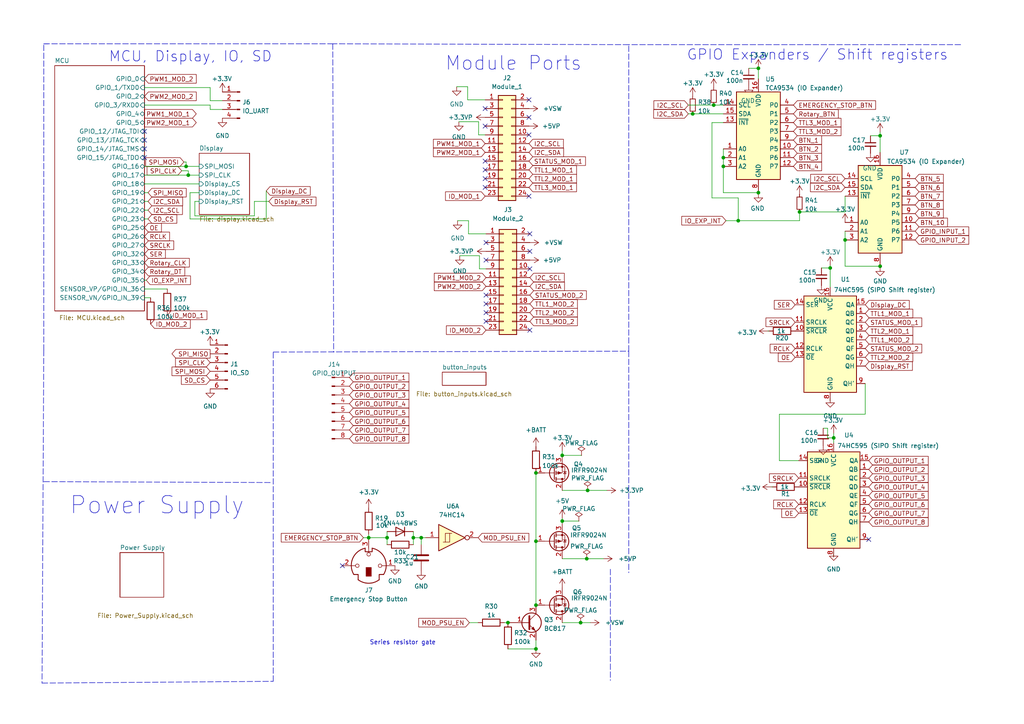
<source format=kicad_sch>
(kicad_sch (version 20211123) (generator eeschema)
  (paper "A4")
  (lib_symbols
    (symbol "74xx:74HC14" (pin_names (offset 1.016))
      (property "Reference" "U" (at 0 1.27 0))
      (property "Value" "74HC14" (at 0 -1.27 0))
      (symbol "74HC14_1_0"
        (pin input line (at -7.62 0 0) (length 3.81) (name "~") (number "1"))
        (pin output inverted (at 7.62 0 180) (length 3.81) (name "~") (number "2"))
      )
      (symbol "74HC14_2_0"
        (pin input line (at -7.62 0 0) (length 3.81) (name "~") (number "3"))
        (pin output inverted (at 7.62 0 180) (length 3.81) (name "~") (number "4"))
      )
      (symbol "74HC14_3_0"
        (pin input line (at -7.62 0 0) (length 3.81) (name "~") (number "5"))
        (pin output inverted (at 7.62 0 180) (length 3.81) (name "~") (number "6"))
      )
      (symbol "74HC14_4_0"
        (pin output inverted (at 7.62 0 180) (length 3.81) (name "~") (number "8"))
        (pin input line (at -7.62 0 0) (length 3.81) (name "~") (number "9"))
      )
      (symbol "74HC14_5_0"
        (pin output inverted (at 7.62 0 180) (length 3.81) (name "~") (number "10"))
        (pin input line (at -7.62 0 0) (length 3.81) (name "~") (number "11"))
      )
      (symbol "74HC14_6_0"
        (pin output inverted (at 7.62 0 180) (length 3.81) (name "~") (number "12"))
        (pin input line (at -7.62 0 0) (length 3.81) (name "~") (number "13"))
      )
      (symbol "74HC14_7_0"
        (pin power_in line (at 0 12.7 270) (length 5.08) (name "VCC") (number "14"))
        (pin power_in line (at 0 -12.7 90) (length 5.08) (name "GND") (number "7"))
      )
    )
    (symbol "74xx:74HC595"
      (property "Reference" "U" (at -7.62 13.97 0))
      (property "Value" "74HC595" (at -7.62 -16.51 0))
      (symbol "74HC595_1_0"
        (pin tri_state line (at 10.16 7.62 180) (length 2.54) (name "QB") (number "1"))
        (pin input line (at -10.16 2.54 0) (length 2.54) (name "~{SRCLR}") (number "10"))
        (pin input line (at -10.16 5.08 0) (length 2.54) (name "SRCLK") (number "11"))
        (pin input line (at -10.16 -2.54 0) (length 2.54) (name "RCLK") (number "12"))
        (pin input line (at -10.16 -5.08 0) (length 2.54) (name "~{OE}") (number "13"))
        (pin input line (at -10.16 10.16 0) (length 2.54) (name "SER") (number "14"))
        (pin tri_state line (at 10.16 10.16 180) (length 2.54) (name "QA") (number "15"))
        (pin power_in line (at 0 15.24 270) (length 2.54) (name "VCC") (number "16"))
        (pin tri_state line (at 10.16 5.08 180) (length 2.54) (name "QC") (number "2"))
        (pin tri_state line (at 10.16 2.54 180) (length 2.54) (name "QD") (number "3"))
        (pin tri_state line (at 10.16 0 180) (length 2.54) (name "QE") (number "4"))
        (pin tri_state line (at 10.16 -2.54 180) (length 2.54) (name "QF") (number "5"))
        (pin tri_state line (at 10.16 -5.08 180) (length 2.54) (name "QG") (number "6"))
        (pin tri_state line (at 10.16 -7.62 180) (length 2.54) (name "QH") (number "7"))
        (pin power_in line (at 0 -17.78 90) (length 2.54) (name "GND") (number "8"))
        (pin output line (at 10.16 -12.7 180) (length 2.54) (name "QH'") (number "9"))
      )
    )
    (symbol "Connector:Conn_01x04_Male" (pin_names (offset 1.016) hide)
      (property "Reference" "J" (at 0 5.08 0))
      (property "Value" "Conn_01x04_Male" (at 0 -7.62 0))
      (symbol "Conn_01x04_Male_1_1"
        (pin passive line (at 5.08 2.54 180) (length 3.81) (name "Pin_1") (number "1"))
        (pin passive line (at 5.08 0 180) (length 3.81) (name "Pin_2") (number "2"))
        (pin passive line (at 5.08 -2.54 180) (length 3.81) (name "Pin_3") (number "3"))
        (pin passive line (at 5.08 -5.08 180) (length 3.81) (name "Pin_4") (number "4"))
      )
    )
    (symbol "Connector:Conn_01x06_Male" (pin_names (offset 1.016) hide)
      (property "Reference" "J" (at 0 7.62 0))
      (property "Value" "Conn_01x06_Male" (at 0 -10.16 0))
      (symbol "Conn_01x06_Male_1_1"
        (pin passive line (at 5.08 5.08 180) (length 3.81) (name "Pin_1") (number "1"))
        (pin passive line (at 5.08 2.54 180) (length 3.81) (name "Pin_2") (number "2"))
        (pin passive line (at 5.08 0 180) (length 3.81) (name "Pin_3") (number "3"))
        (pin passive line (at 5.08 -2.54 180) (length 3.81) (name "Pin_4") (number "4"))
        (pin passive line (at 5.08 -5.08 180) (length 3.81) (name "Pin_5") (number "5"))
        (pin passive line (at 5.08 -7.62 180) (length 3.81) (name "Pin_6") (number "6"))
      )
    )
    (symbol "Connector:Conn_01x08_Male" (pin_names (offset 1.016) hide)
      (property "Reference" "J" (at 0 10.16 0))
      (property "Value" "Conn_01x08_Male" (at 0 -12.7 0))
      (symbol "Conn_01x08_Male_1_1"
        (pin passive line (at 5.08 7.62 180) (length 3.81) (name "Pin_1") (number "1"))
        (pin passive line (at 5.08 5.08 180) (length 3.81) (name "Pin_2") (number "2"))
        (pin passive line (at 5.08 2.54 180) (length 3.81) (name "Pin_3") (number "3"))
        (pin passive line (at 5.08 0 180) (length 3.81) (name "Pin_4") (number "4"))
        (pin passive line (at 5.08 -2.54 180) (length 3.81) (name "Pin_5") (number "5"))
        (pin passive line (at 5.08 -5.08 180) (length 3.81) (name "Pin_6") (number "6"))
        (pin passive line (at 5.08 -7.62 180) (length 3.81) (name "Pin_7") (number "7"))
        (pin passive line (at 5.08 -10.16 180) (length 3.81) (name "Pin_8") (number "8"))
      )
    )
    (symbol "Connector:Mini-DIN-3" (pin_names (offset 1.016))
      (property "Reference" "J" (at 3.302 6.35 0))
      (property "Value" "Mini-DIN-3" (at 0 -6.35 0))
      (symbol "Mini-DIN-3_1_1"
        (pin passive line (at 7.62 0 180) (length 2.54) (name "~") (number "1"))
        (pin passive line (at -7.62 0 0) (length 2.54) (name "~") (number "2"))
        (pin passive line (at 0 7.62 270) (length 2.54) (name "~") (number "3"))
      )
    )
    (symbol "Connector_Generic:Conn_02x12_Odd_Even" (pin_names (offset 1.016) hide)
      (property "Reference" "J" (at 1.27 15.24 0))
      (property "Value" "Conn_02x12_Odd_Even" (at 1.27 -17.78 0))
      (symbol "Conn_02x12_Odd_Even_1_1"
        (pin passive line (at -5.08 12.7 0) (length 3.81) (name "Pin_1") (number "1"))
        (pin passive line (at 7.62 2.54 180) (length 3.81) (name "Pin_10") (number "10"))
        (pin passive line (at -5.08 0 0) (length 3.81) (name "Pin_11") (number "11"))
        (pin passive line (at 7.62 0 180) (length 3.81) (name "Pin_12") (number "12"))
        (pin passive line (at -5.08 -2.54 0) (length 3.81) (name "Pin_13") (number "13"))
        (pin passive line (at 7.62 -2.54 180) (length 3.81) (name "Pin_14") (number "14"))
        (pin passive line (at -5.08 -5.08 0) (length 3.81) (name "Pin_15") (number "15"))
        (pin passive line (at 7.62 -5.08 180) (length 3.81) (name "Pin_16") (number "16"))
        (pin passive line (at -5.08 -7.62 0) (length 3.81) (name "Pin_17") (number "17"))
        (pin passive line (at 7.62 -7.62 180) (length 3.81) (name "Pin_18") (number "18"))
        (pin passive line (at -5.08 -10.16 0) (length 3.81) (name "Pin_19") (number "19"))
        (pin passive line (at 7.62 12.7 180) (length 3.81) (name "Pin_2") (number "2"))
        (pin passive line (at 7.62 -10.16 180) (length 3.81) (name "Pin_20") (number "20"))
        (pin passive line (at -5.08 -12.7 0) (length 3.81) (name "Pin_21") (number "21"))
        (pin passive line (at 7.62 -12.7 180) (length 3.81) (name "Pin_22") (number "22"))
        (pin passive line (at -5.08 -15.24 0) (length 3.81) (name "Pin_23") (number "23"))
        (pin passive line (at 7.62 -15.24 180) (length 3.81) (name "Pin_24") (number "24"))
        (pin passive line (at -5.08 10.16 0) (length 3.81) (name "Pin_3") (number "3"))
        (pin passive line (at 7.62 10.16 180) (length 3.81) (name "Pin_4") (number "4"))
        (pin passive line (at -5.08 7.62 0) (length 3.81) (name "Pin_5") (number "5"))
        (pin passive line (at 7.62 7.62 180) (length 3.81) (name "Pin_6") (number "6"))
        (pin passive line (at -5.08 5.08 0) (length 3.81) (name "Pin_7") (number "7"))
        (pin passive line (at 7.62 5.08 180) (length 3.81) (name "Pin_8") (number "8"))
        (pin passive line (at -5.08 2.54 0) (length 3.81) (name "Pin_9") (number "9"))
      )
    )
    (symbol "Device:C" (pin_numbers hide) (pin_names (offset 0.254))
      (property "Reference" "C" (at 0.635 2.54 0))
      (property "Value" "C" (at 0.635 -2.54 0))
      (symbol "C_1_1"
        (pin passive line (at 0 3.81 270) (length 2.794) (name "~") (number "1"))
        (pin passive line (at 0 -3.81 90) (length 2.794) (name "~") (number "2"))
      )
    )
    (symbol "Device:C_Small" (pin_numbers hide) (pin_names (offset 0.254) hide)
      (property "Reference" "C" (at 0.254 1.778 0))
      (property "Value" "C_Small" (at 0.254 -2.032 0))
      (symbol "C_Small_1_1"
        (pin passive line (at 0 2.54 270) (length 2.032) (name "~") (number "1"))
        (pin passive line (at 0 -2.54 90) (length 2.032) (name "~") (number "2"))
      )
    )
    (symbol "Device:R" (pin_numbers hide) (pin_names (offset 0))
      (property "Reference" "R" (at 2.032 0 90))
      (property "Value" "R" (at 0 0 90))
      (symbol "R_1_1"
        (pin passive line (at 0 3.81 270) (length 1.27) (name "~") (number "1"))
        (pin passive line (at 0 -3.81 90) (length 1.27) (name "~") (number "2"))
      )
    )
    (symbol "Device:R_Small" (pin_numbers hide) (pin_names (offset 0.254) hide)
      (property "Reference" "R" (at 0.762 0.508 0))
      (property "Value" "R_Small" (at 0.762 -1.016 0))
      (symbol "R_Small_1_1"
        (pin passive line (at 0 2.54 270) (length 0.762) (name "~") (number "1"))
        (pin passive line (at 0 -2.54 90) (length 0.762) (name "~") (number "2"))
      )
    )
    (symbol "Diode:1N4448WS" (pin_numbers hide) (pin_names hide)
      (property "Reference" "D" (at 0 2.54 0))
      (property "Value" "1N4448WS" (at 0 -2.54 0))
      (symbol "1N4448WS_1_1"
        (pin passive line (at -3.81 0 0) (length 2.54) (name "K") (number "1"))
        (pin passive line (at 3.81 0 180) (length 2.54) (name "A") (number "2"))
      )
    )
    (symbol "Interface_Expansion:TCA9534"
      (property "Reference" "U" (at -6.35 12.7 0))
      (property "Value" "TCA9534" (at 2.54 12.7 0))
      (symbol "TCA9534_1_1"
        (pin input line (at -10.16 -5.08 0) (length 3.81) (name "A0") (number "1"))
        (pin bidirectional line (at 10.16 -5.08 180) (length 3.81) (name "P5") (number "10"))
        (pin bidirectional line (at 10.16 -7.62 180) (length 3.81) (name "P6") (number "11"))
        (pin bidirectional line (at 10.16 -10.16 180) (length 3.81) (name "P7") (number "12"))
        (pin open_collector line (at -10.16 2.54 0) (length 3.81) (name "~{INT}") (number "13"))
        (pin input line (at -10.16 7.62 0) (length 3.81) (name "SCL") (number "14"))
        (pin bidirectional line (at -10.16 5.08 0) (length 3.81) (name "SDA") (number "15"))
        (pin power_in line (at 0 15.24 270) (length 3.81) (name "VDD") (number "16"))
        (pin input line (at -10.16 -7.62 0) (length 3.81) (name "A1") (number "2"))
        (pin input line (at -10.16 -10.16 0) (length 3.81) (name "A2") (number "3"))
        (pin bidirectional line (at 10.16 7.62 180) (length 3.81) (name "P0") (number "4"))
        (pin bidirectional line (at 10.16 5.08 180) (length 3.81) (name "P1") (number "5"))
        (pin bidirectional line (at 10.16 2.54 180) (length 3.81) (name "P2") (number "6"))
        (pin bidirectional line (at 10.16 0 180) (length 3.81) (name "P3") (number "7"))
        (pin power_in line (at 0 -17.78 90) (length 3.81) (name "GND") (number "8"))
        (pin bidirectional line (at 10.16 -2.54 180) (length 3.81) (name "P4") (number "9"))
      )
    )
    (symbol "Transistor_BJT:BC817" (pin_names (offset 0) hide)
      (property "Reference" "Q" (at 5.08 1.905 0))
      (property "Value" "BC817" (at 5.08 0 0))
      (symbol "BC817_1_1"
        (pin input line (at -5.08 0 0) (length 5.715) (name "B") (number "1"))
        (pin passive line (at 2.54 -5.08 90) (length 2.54) (name "E") (number "2"))
        (pin passive line (at 2.54 5.08 270) (length 2.54) (name "C") (number "3"))
      )
    )
    (symbol "Transistor_FET:IRF9540N" (pin_names hide)
      (property "Reference" "Q" (at 5.08 1.905 0))
      (property "Value" "IRF9540N" (at 5.08 0 0))
      (symbol "IRF9540N_1_1"
        (pin input line (at -5.08 0 0) (length 2.54) (name "G") (number "1"))
        (pin passive line (at 2.54 5.08 270) (length 2.54) (name "D") (number "2"))
        (pin passive line (at 2.54 -5.08 90) (length 2.54) (name "S") (number "3"))
      )
    )
    (symbol "power:+3.3V" (power) (pin_names (offset 0))
      (property "Value" "+3.3V" (at 0 3.556 0))
      (symbol "+3.3V_1_1"
        (pin power_in line (at 0 0 90) (length 0) hide (name "+3.3V") (number "1"))
      )
    )
    (symbol "power:+3.3VP" (power) (pin_names (offset 0))
      (property "Value" "+3.3VP" (at 0 2.54 0))
      (symbol "+3.3VP_0_0"
        (pin power_in line (at 0 0 90) (length 0) hide (name "+3.3VP") (number "1"))
      )
    )
    (symbol "power:+5V" (power) (pin_names (offset 0))
      (property "Value" "+5V" (at 0 3.556 0))
      (symbol "+5V_1_1"
        (pin power_in line (at 0 0 90) (length 0) hide (name "+5V") (number "1"))
      )
    )
    (symbol "power:+5VP" (power) (pin_names (offset 0))
      (property "Value" "+5VP" (at 0 3.556 0))
      (symbol "+5VP_1_1"
        (pin power_in line (at 0 0 90) (length 0) hide (name "+5VP") (number "1"))
      )
    )
    (symbol "power:+BATT" (power) (pin_names (offset 0))
      (property "Value" "+BATT" (at 0 3.556 0))
      (symbol "+BATT_1_1"
        (pin power_in line (at 0 0 90) (length 0) hide (name "+BATT") (number "1"))
      )
    )
    (symbol "power:+VSW" (power) (pin_names (offset 0))
      (property "Value" "+VSW" (at 0 3.556 0))
      (symbol "+VSW_1_1"
        (pin power_in line (at 0 0 90) (length 0) hide (name "+VSW") (number "1"))
      )
    )
    (symbol "power:GND" (power) (pin_names (offset 0))
      (property "Value" "GND" (at 0 -3.81 0))
      (symbol "GND_1_1"
        (pin power_in line (at 0 0 270) (length 0) hide (name "GND") (number "1"))
      )
    )
    (symbol "power:PWR_FLAG" (power) (pin_numbers hide) (pin_names (offset 0) hide)
      (property "Value" "PWR_FLAG" (at 0 3.81 0))
      (symbol "PWR_FLAG_0_0"
        (pin power_out line (at 0 0 90) (length 0) (name "pwr") (number "1"))
      )
    )
  )
  (junction (at 147.32 180.594))
  (junction (at 209.804 45.72))
  (junction (at 106.934 155.956))
  (junction (at 170.18 162.052))
  (junction (at 241.808 127))
  (junction (at 53.975 48.26))
  (junction (at 214.122 64.008))
  (junction (at 155.448 188.214))
  (junction (at 219.964 19.812))
  (junction (at 170.434 142.24))
  (junction (at 112.268 155.956))
  (junction (at 207.01 30.48))
  (junction (at 155.448 137.16))
  (junction (at 231.902 61.468))
  (junction (at 122.174 155.956))
  (junction (at 119.888 155.956))
  (junction (at 200.914 33.02))
  (junction (at 255.27 77.216))
  (junction (at 209.804 48.26))
  (junction (at 240.792 77.724))
  (junction (at 163.068 151.13))
  (junction (at 219.964 55.88))
  (junction (at 245.11 69.596))
  (junction (at 155.448 156.972))
  (junction (at 255.27 39.37))
  (junction (at 155.448 175.514))
  (junction (at 54.61 50.8))
  (junction (at 163.068 132.08))
  (junction (at 168.402 180.594))
  (no_connect (at 251.968 156.464))
  (no_connect (at 41.91 40.64))
  (no_connect (at 41.91 38.1))
  (no_connect (at 41.91 43.18))
  (no_connect (at 41.91 45.72))
  (no_connect (at 153.67 72.898))
  (no_connect (at 99.314 164.084))
  (no_connect (at 140.716 49.276))
  (no_connect (at 140.97 88.138))
  (no_connect (at 140.716 51.816))
  (no_connect (at 153.416 56.896))
  (no_connect (at 153.67 77.978))
  (no_connect (at 153.67 67.818))
  (no_connect (at 140.716 31.496))
  (no_connect (at 153.416 28.956))
  (no_connect (at 153.416 34.036))
  (no_connect (at 140.97 85.598))
  (no_connect (at 153.416 39.116))
  (no_connect (at 140.716 36.576))
  (no_connect (at 140.97 90.678))
  (no_connect (at 140.716 54.356))
  (no_connect (at 140.97 93.218))
  (no_connect (at 140.97 70.358))
  (no_connect (at 140.97 75.438))
  (no_connect (at 153.67 95.758))
  (no_connect (at 140.716 46.736))
  (wire (pts (xy 209.804 43.18) (xy 209.804 45.72)))
  (wire (pts (xy 136.144 180.594) (xy 138.684 180.594)))
  (wire (pts (xy 138.811 35.306) (xy 138.811 39.116)))
  (wire (pts (xy 60.96 29.21) (xy 64.516 29.21)))
  (polyline (pts (xy 182.372 101.854) (xy 182.372 166.116)))
  (wire (pts (xy 53.34 46.99) (xy 53.975 46.99)))
  (wire (pts (xy 168.402 180.594) (xy 163.068 180.594)))
  (wire (pts (xy 52.705 49.53) (xy 54.61 49.53)))
  (wire (pts (xy 163.068 150.368) (xy 163.068 151.13)))
  (polyline (pts (xy 177.038 165.1) (xy 177.038 197.358)))
  (wire (pts (xy 123.444 155.956) (xy 122.174 155.956)))
  (wire (pts (xy 135.636 25.146) (xy 135.636 28.956)))
  (wire (pts (xy 41.91 58.42) (xy 42.926 58.42)))
  (wire (pts (xy 41.91 55.88) (xy 42.926 55.88)))
  (polyline (pts (xy 182.372 101.854) (xy 182.372 12.954)))
  (wire (pts (xy 41.91 53.34) (xy 57.785 53.34)))
  (wire (pts (xy 200.914 33.02) (xy 209.804 33.02)))
  (wire (pts (xy 206.502 57.404) (xy 214.122 57.404)))
  (wire (pts (xy 133.35 74.168) (xy 139.065 74.168)))
  (wire (pts (xy 155.448 188.214) (xy 155.448 185.674)))
  (wire (pts (xy 139.065 77.978) (xy 140.97 77.978)))
  (wire (pts (xy 176.022 142.24) (xy 170.434 142.24)))
  (polyline (pts (xy 278.638 12.954) (xy 182.372 12.954)))
  (wire (pts (xy 106.934 155.956) (xy 106.934 156.464)))
  (wire (pts (xy 119.888 155.956) (xy 119.888 157.988)))
  (wire (pts (xy 245.11 77.216) (xy 255.27 77.216)))
  (wire (pts (xy 77.216 63.5) (xy 55.118 63.5)))
  (wire (pts (xy 57.785 58.42) (xy 56.515 58.42)))
  (wire (pts (xy 138.811 39.116) (xy 140.716 39.116)))
  (wire (pts (xy 206.502 35.56) (xy 206.502 57.404)))
  (wire (pts (xy 163.068 151.13) (xy 167.894 151.13)))
  (wire (pts (xy 112.268 155.956) (xy 106.934 155.956)))
  (wire (pts (xy 119.888 154.178) (xy 119.888 155.956)))
  (wire (pts (xy 77.216 55.372) (xy 77.216 63.5)))
  (wire (pts (xy 199.644 30.48) (xy 207.01 30.48)))
  (wire (pts (xy 219.964 19.812) (xy 219.964 22.86)))
  (wire (pts (xy 132.461 25.146) (xy 135.636 25.146)))
  (wire (pts (xy 155.448 137.16) (xy 155.448 156.972)))
  (polyline (pts (xy 12.7 139.7) (xy 78.74 139.954)))
  (wire (pts (xy 155.448 156.972) (xy 155.448 175.514)))
  (polyline (pts (xy 79.248 197.612) (xy 79.248 102.108)))
  (wire (pts (xy 122.174 155.956) (xy 122.174 157.988)))
  (wire (pts (xy 171.196 180.594) (xy 168.402 180.594)))
  (wire (pts (xy 175.006 162.052) (xy 170.18 162.052)))
  (wire (pts (xy 231.902 64.008) (xy 231.902 61.468)))
  (wire (pts (xy 132.715 64.008) (xy 135.89 64.008)))
  (wire (pts (xy 41.91 63.5) (xy 42.926 63.5)))
  (wire (pts (xy 55.118 63.5) (xy 55.118 55.88)))
  (wire (pts (xy 73.787 62.611) (xy 73.787 58.42)))
  (wire (pts (xy 112.268 155.956) (xy 112.268 157.988)))
  (polyline (pts (xy 12.7 12.7) (xy 13.97 12.7)))
  (wire (pts (xy 231.902 61.468) (xy 245.11 61.468)))
  (wire (pts (xy 226.06 120.142) (xy 226.06 133.604)))
  (wire (pts (xy 41.91 48.26) (xy 53.975 48.26)))
  (wire (pts (xy 106.934 154.94) (xy 106.934 155.956)))
  (polyline (pts (xy 12.7 101.6) (xy 12.7 12.7)))
  (wire (pts (xy 168.656 132.08) (xy 163.068 132.08)))
  (wire (pts (xy 238.76 124.206) (xy 240.03 124.206)))
  (wire (pts (xy 135.89 64.008) (xy 135.89 67.818)))
  (wire (pts (xy 238.252 77.724) (xy 240.792 77.724)))
  (wire (pts (xy 214.122 64.008) (xy 231.902 64.008)))
  (wire (pts (xy 241.808 125.73) (xy 241.808 127)))
  (wire (pts (xy 223.012 96.012) (xy 222.758 96.012)))
  (wire (pts (xy 54.61 49.53) (xy 54.61 50.8)))
  (wire (pts (xy 226.06 133.604) (xy 231.648 133.604)))
  (wire (pts (xy 209.804 45.72) (xy 209.804 48.26)))
  (wire (pts (xy 41.91 50.8) (xy 54.61 50.8)))
  (wire (pts (xy 209.804 48.26) (xy 209.804 55.88)))
  (wire (pts (xy 41.91 83.82) (xy 48.514 83.82)))
  (wire (pts (xy 122.174 155.956) (xy 119.888 155.956)))
  (polyline (pts (xy 182.372 12.954) (xy 96.52 12.7)))
  (wire (pts (xy 219.964 55.88) (xy 219.964 56.134)))
  (wire (pts (xy 41.91 30.48) (xy 60.96 30.48)))
  (wire (pts (xy 53.975 46.99) (xy 53.975 48.26)))
  (wire (pts (xy 240.03 127) (xy 241.808 127)))
  (wire (pts (xy 240.03 124.206) (xy 240.03 127)))
  (wire (pts (xy 133.096 35.306) (xy 138.811 35.306)))
  (wire (pts (xy 56.515 58.42) (xy 56.515 62.611)))
  (wire (pts (xy 73.787 58.42) (xy 77.978 58.42)))
  (wire (pts (xy 41.91 81.28) (xy 42.418 81.28)))
  (wire (pts (xy 135.636 28.956) (xy 140.716 28.956)))
  (wire (pts (xy 60.96 25.4) (xy 60.96 29.21)))
  (wire (pts (xy 214.122 64.008) (xy 214.122 57.404)))
  (wire (pts (xy 199.644 33.02) (xy 200.914 33.02)))
  (wire (pts (xy 209.804 55.88) (xy 219.964 55.88)))
  (polyline (pts (xy 12.192 198.12) (xy 79.248 197.612)))
  (wire (pts (xy 250.952 111.252) (xy 250.952 120.142)))
  (wire (pts (xy 105.41 155.956) (xy 106.934 155.956)))
  (wire (pts (xy 217.17 19.812) (xy 219.964 19.812)))
  (wire (pts (xy 241.808 127) (xy 241.808 128.524)))
  (polyline (pts (xy 12.7 12.7) (xy 96.52 12.7)))
  (wire (pts (xy 245.11 69.596) (xy 245.11 77.216)))
  (wire (pts (xy 240.792 76.962) (xy 240.792 77.724)))
  (wire (pts (xy 170.434 142.24) (xy 163.068 142.24)))
  (polyline (pts (xy 12.7 101.6) (xy 12.192 198.12)))
  (wire (pts (xy 240.792 77.724) (xy 240.792 83.312)))
  (wire (pts (xy 55.118 55.88) (xy 57.785 55.88)))
  (wire (pts (xy 56.515 62.611) (xy 73.787 62.611)))
  (polyline (pts (xy 96.52 12.7) (xy 96.774 102.108)))
  (wire (pts (xy 255.27 39.37) (xy 255.27 44.196)))
  (wire (pts (xy 255.27 77.216) (xy 255.27 77.47)))
  (wire (pts (xy 245.11 61.468) (xy 245.11 56.896)))
  (wire (pts (xy 60.96 31.75) (xy 60.96 30.48)))
  (wire (pts (xy 224.028 141.224) (xy 223.774 141.224)))
  (wire (pts (xy 147.32 188.214) (xy 155.448 188.214)))
  (wire (pts (xy 54.61 50.8) (xy 57.785 50.8)))
  (wire (pts (xy 206.502 35.56) (xy 209.804 35.56)))
  (wire (pts (xy 135.89 67.818) (xy 140.97 67.818)))
  (wire (pts (xy 60.96 31.75) (xy 64.516 31.75)))
  (wire (pts (xy 41.91 60.96) (xy 42.926 60.96)))
  (wire (pts (xy 112.268 154.178) (xy 112.268 155.956)))
  (wire (pts (xy 250.952 120.142) (xy 226.06 120.142)))
  (wire (pts (xy 240.792 115.57) (xy 240.792 116.332)))
  (wire (pts (xy 207.01 30.48) (xy 209.804 30.48)))
  (wire (pts (xy 163.068 130.81) (xy 163.068 132.08)))
  (wire (pts (xy 41.91 86.36) (xy 43.688 86.36)))
  (polyline (pts (xy 79.248 102.108) (xy 182.372 101.854)))
  (wire (pts (xy 147.32 180.594) (xy 147.828 180.594)))
  (wire (pts (xy 252.476 39.37) (xy 255.27 39.37)))
  (wire (pts (xy 255.27 38.354) (xy 255.27 39.37)))
  (wire (pts (xy 163.068 162.052) (xy 170.18 162.052)))
  (wire (pts (xy 139.065 74.168) (xy 139.065 77.978)))
  (wire (pts (xy 147.32 180.594) (xy 146.304 180.594)))
  (wire (pts (xy 163.068 151.13) (xy 163.068 151.892)))
  (wire (pts (xy 53.975 48.26) (xy 57.785 48.26)))
  (wire (pts (xy 245.11 67.056) (xy 245.11 69.596)))
  (wire (pts (xy 210.566 64.008) (xy 214.122 64.008)))
  (wire (pts (xy 41.91 25.4) (xy 60.96 25.4)))
  (wire (pts (xy 241.808 161.544) (xy 241.808 160.02)))
  (text "MCU, Display, IO, SD" (at 31.496 18.288 0) (effects (font (size 3 3)) (justify left bottom)))
  (text "Series resistor gate" (at 107.188 187.198 0) (effects (font (size 1.27 1.27)) (justify left bottom)))
  (text "GPIO Expanders / Shift registers" (at 199.136 17.78 0) (effects (font (size 3 3)) (justify left bottom)))
  (text "Power Supply" (at 20.066 149.606 0) (effects (font (size 5 5)) (justify left bottom)))
  (text "Module Ports" (at 129.032 20.828 0) (effects (font (size 4 4)) (justify left bottom)))
  (global_label "IO_EXP_INT" (shape input) (at 210.566 64.008 180) (property "Intersheet-verwijzingen" "${INTERSHEET_REFS}" (effects hide)))
  (global_label "BTN_4" (shape input) (at 230.124 48.26 0) (property "Intersheet-verwijzingen" "${INTERSHEET_REFS}" (effects hide)))
  (global_label "I2C_SDA" (shape input) (at 153.67 83.058 0) (property "Intersheet-verwijzingen" "${INTERSHEET_REFS}" (effects hide)))
  (global_label "I2C_SCL" (shape input) (at 42.926 60.96 0) (property "Intersheet-verwijzingen" "${INTERSHEET_REFS}" (effects hide)))
  (global_label "Display_RST" (shape input) (at 77.978 58.42 0) (property "Intersheet-verwijzingen" "${INTERSHEET_REFS}" (effects hide)))
  (global_label "OE" (shape input) (at 231.648 148.844 180) (property "Intersheet-verwijzingen" "${INTERSHEET_REFS}" (effects hide)))
  (global_label "Display_DC" (shape input) (at 250.952 88.392 0) (property "Intersheet-verwijzingen" "${INTERSHEET_REFS}" (effects hide)))
  (global_label "BTN_9" (shape input) (at 265.43 61.976 0) (property "Intersheet-verwijzingen" "${INTERSHEET_REFS}" (effects hide)))
  (global_label "Display_DC" (shape input) (at 77.216 55.372 0) (property "Intersheet-verwijzingen" "${INTERSHEET_REFS}" (effects hide)))
  (global_label "PWM1_MOD_2" (shape input) (at 140.97 80.518 180) (property "Intersheet-verwijzingen" "${INTERSHEET_REFS}" (effects hide)))
  (global_label "OE" (shape input) (at 41.91 66.04 0) (property "Intersheet-verwijzingen" "${INTERSHEET_REFS}" (effects hide)))
  (global_label "BTN_8" (shape input) (at 265.43 59.436 0) (property "Intersheet-verwijzingen" "${INTERSHEET_REFS}" (effects hide)))
  (global_label "EMERGENCY_STOP_BTN" (shape input) (at 105.41 155.956 180) (property "Intersheet-verwijzingen" "${INTERSHEET_REFS}" (effects hide)))
  (global_label "PWM2_MOD_2" (shape input) (at 140.97 83.058 180) (property "Intersheet-verwijzingen" "${INTERSHEET_REFS}" (effects hide)))
  (global_label "I2C_SDA" (shape input) (at 245.11 54.356 180) (property "Intersheet-verwijzingen" "${INTERSHEET_REFS}" (effects hide)))
  (global_label "Rotary_DT" (shape input) (at 41.91 78.74 0) (property "Intersheet-verwijzingen" "${INTERSHEET_REFS}" (effects hide)))
  (global_label "GPIO_INPUT_2" (shape input) (at 265.43 69.596 0) (property "Intersheet-verwijzingen" "${INTERSHEET_REFS}" (effects hide)))
  (global_label "STATUS_MOD_1" (shape input) (at 153.416 46.736 0) (property "Intersheet-verwijzingen" "${INTERSHEET_REFS}" (effects hide)))
  (global_label "BTN_5" (shape input) (at 265.43 51.816 0) (property "Intersheet-verwijzingen" "${INTERSHEET_REFS}" (effects hide)))
  (global_label "I2C_SCL" (shape input) (at 245.11 51.816 180) (property "Intersheet-verwijzingen" "${INTERSHEET_REFS}" (effects hide)))
  (global_label "TTL1_MOD_2" (shape input) (at 153.67 88.138 0) (property "Intersheet-verwijzingen" "${INTERSHEET_REFS}" (effects hide)))
  (global_label "RCLK" (shape input) (at 230.632 101.092 180) (property "Intersheet-verwijzingen" "${INTERSHEET_REFS}" (effects hide)))
  (global_label "ID_MOD_2" (shape input) (at 43.688 93.98 0) (property "Intersheet-verwijzingen" "${INTERSHEET_REFS}" (effects hide)))
  (global_label "RCLK" (shape input) (at 231.648 146.304 180) (property "Intersheet-verwijzingen" "${INTERSHEET_REFS}" (effects hide)))
  (global_label "SD_CS" (shape input) (at 42.926 63.5 0) (property "Intersheet-verwijzingen" "${INTERSHEET_REFS}" (effects hide)))
  (global_label "I2C_SDA" (shape input) (at 42.926 58.42 0) (property "Intersheet-verwijzingen" "${INTERSHEET_REFS}" (effects hide)))
  (global_label "TTL1_MOD_2" (shape input) (at 250.952 98.552 0) (property "Intersheet-verwijzingen" "${INTERSHEET_REFS}" (effects hide)))
  (global_label "SD_CS" (shape input) (at 60.96 110.236 180) (property "Intersheet-verwijzingen" "${INTERSHEET_REFS}" (effects hide)))
  (global_label "GPIO_OUTPUT_5" (shape input) (at 101.346 119.634 0) (property "Intersheet-verwijzingen" "${INTERSHEET_REFS}" (effects hide)))
  (global_label "I2C_SCL" (shape input) (at 153.67 80.518 0) (property "Intersheet-verwijzingen" "${INTERSHEET_REFS}" (effects hide)))
  (global_label "GPIO_OUTPUT_6" (shape input) (at 101.346 122.174 0) (property "Intersheet-verwijzingen" "${INTERSHEET_REFS}" (effects hide)))
  (global_label "SPI_CLK" (shape input) (at 52.705 49.53 180) (property "Intersheet-verwijzingen" "${INTERSHEET_REFS}" (effects hide)))
  (global_label "Rotary_CLK" (shape input) (at 41.91 76.2 0) (property "Intersheet-verwijzingen" "${INTERSHEET_REFS}" (effects hide)))
  (global_label "PWM2_MOD_1" (shape output) (at 41.91 35.56 0) (property "Intersheet-verwijzingen" "${INTERSHEET_REFS}" (effects hide)))
  (global_label "SPI_CLK" (shape input) (at 60.96 105.156 180) (property "Intersheet-verwijzingen" "${INTERSHEET_REFS}" (effects hide)))
  (global_label "SRCLK" (shape input) (at 41.91 71.12 0) (property "Intersheet-verwijzingen" "${INTERSHEET_REFS}" (effects hide)))
  (global_label "ID_MOD_1" (shape input) (at 48.514 91.44 0) (property "Intersheet-verwijzingen" "${INTERSHEET_REFS}" (effects hide)))
  (global_label "SPI_MISO" (shape input) (at 42.926 55.88 0) (property "Intersheet-verwijzingen" "${INTERSHEET_REFS}" (effects hide)))
  (global_label "TTL2_MOD_2" (shape input) (at 153.67 90.678 0) (property "Intersheet-verwijzingen" "${INTERSHEET_REFS}" (effects hide)))
  (global_label "I2C_SDA" (shape input) (at 153.416 44.196 0) (property "Intersheet-verwijzingen" "${INTERSHEET_REFS}" (effects hide)))
  (global_label "MOD_PSU_EN" (shape input) (at 138.684 155.956 0) (property "Intersheet-verwijzingen" "${INTERSHEET_REFS}" (effects hide)))
  (global_label "GPIO_OUTPUT_4" (shape input) (at 101.346 117.094 0) (property "Intersheet-verwijzingen" "${INTERSHEET_REFS}" (effects hide)))
  (global_label "GPIO_INPUT_1" (shape input) (at 265.43 67.056 0) (property "Intersheet-verwijzingen" "${INTERSHEET_REFS}" (effects hide)))
  (global_label "GPIO_OUTPUT_2" (shape input) (at 101.346 112.014 0) (property "Intersheet-verwijzingen" "${INTERSHEET_REFS}" (effects hide)))
  (global_label "GPIO_OUTPUT_1" (shape input) (at 101.346 109.474 0) (property "Intersheet-verwijzingen" "${INTERSHEET_REFS}" (effects hide)))
  (global_label "PWM1_MOD_1" (shape input) (at 140.716 41.656 180) (property "Intersheet-verwijzingen" "${INTERSHEET_REFS}" (effects hide)))
  (global_label "PWM1_MOD_2" (shape input) (at 41.91 22.86 0) (property "Intersheet-verwijzingen" "${INTERSHEET_REFS}" (effects hide)))
  (global_label "EMERGENCY_STOP_BTN" (shape input) (at 230.124 30.48 0) (property "Intersheet-verwijzingen" "${INTERSHEET_REFS}" (effects hide)))
  (global_label "TTL2_MOD_2" (shape input) (at 250.952 103.632 0) (property "Intersheet-verwijzingen" "${INTERSHEET_REFS}" (effects hide)))
  (global_label "GPIO_OUTPUT_6" (shape input) (at 251.968 146.304 0) (property "Intersheet-verwijzingen" "${INTERSHEET_REFS}" (effects hide)))
  (global_label "ID_MOD_1" (shape input) (at 140.716 56.896 180) (property "Intersheet-verwijzingen" "${INTERSHEET_REFS}" (effects hide)))
  (global_label "TTL3_MOD_2" (shape input) (at 230.124 38.1 0) (property "Intersheet-verwijzingen" "${INTERSHEET_REFS}" (effects hide)))
  (global_label "PWM1_MOD_1" (shape output) (at 41.91 33.02 0) (property "Intersheet-verwijzingen" "${INTERSHEET_REFS}" (effects hide)))
  (global_label "I2C_SCL" (shape input) (at 153.416 41.656 0) (property "Intersheet-verwijzingen" "${INTERSHEET_REFS}" (effects hide)))
  (global_label "GPIO_OUTPUT_8" (shape input) (at 101.346 127.254 0) (property "Intersheet-verwijzingen" "${INTERSHEET_REFS}" (effects hide)))
  (global_label "TTL1_MOD_1" (shape input) (at 250.952 90.932 0) (property "Intersheet-verwijzingen" "${INTERSHEET_REFS}" (effects hide)))
  (global_label "IO_EXP_INT" (shape input) (at 42.418 81.28 0) (property "Intersheet-verwijzingen" "${INTERSHEET_REFS}" (effects hide)))
  (global_label "SER" (shape input) (at 41.91 73.66 0) (property "Intersheet-verwijzingen" "${INTERSHEET_REFS}" (effects hide)))
  (global_label "RCLK" (shape input) (at 41.91 68.58 0) (property "Intersheet-verwijzingen" "${INTERSHEET_REFS}" (effects hide)))
  (global_label "BTN_1" (shape input) (at 230.124 40.64 0) (property "Intersheet-verwijzingen" "${INTERSHEET_REFS}" (effects hide)))
  (global_label "PWM2_MOD_2" (shape input) (at 41.91 27.94 0) (property "Intersheet-verwijzingen" "${INTERSHEET_REFS}" (effects hide)))
  (global_label "GPIO_OUTPUT_5" (shape input) (at 251.968 143.764 0) (property "Intersheet-verwijzingen" "${INTERSHEET_REFS}" (effects hide)))
  (global_label "GPIO_OUTPUT_8" (shape input) (at 251.968 151.384 0) (property "Intersheet-verwijzingen" "${INTERSHEET_REFS}" (effects hide)))
  (global_label "BTN_10" (shape input) (at 265.43 64.516 0) (property "Intersheet-verwijzingen" "${INTERSHEET_REFS}" (effects hide)))
  (global_label "Rotary_BTN" (shape input) (at 230.124 33.02 0) (property "Intersheet-verwijzingen" "${INTERSHEET_REFS}" (effects hide)))
  (global_label "MOD_PSU_EN" (shape input) (at 136.144 180.594 180) (property "Intersheet-verwijzingen" "${INTERSHEET_REFS}" (effects hide)))
  (global_label "I2C_SCL" (shape input) (at 199.644 30.48 180) (property "Intersheet-verwijzingen" "${INTERSHEET_REFS}" (effects hide)))
  (global_label "SPI_MOSI" (shape input) (at 53.34 46.99 180) (property "Intersheet-verwijzingen" "${INTERSHEET_REFS}" (effects hide)))
  (global_label "GPIO_OUTPUT_7" (shape input) (at 101.346 124.714 0) (property "Intersheet-verwijzingen" "${INTERSHEET_REFS}" (effects hide)))
  (global_label "GPIO_OUTPUT_4" (shape input) (at 251.968 141.224 0) (property "Intersheet-verwijzingen" "${INTERSHEET_REFS}" (effects hide)))
  (global_label "GPIO_OUTPUT_3" (shape input) (at 251.968 138.684 0) (property "Intersheet-verwijzingen" "${INTERSHEET_REFS}" (effects hide)))
  (global_label "TTL3_MOD_1" (shape input) (at 230.124 35.56 0) (property "Intersheet-verwijzingen" "${INTERSHEET_REFS}" (effects hide)))
  (global_label "BTN_3" (shape input) (at 230.124 45.72 0) (property "Intersheet-verwijzingen" "${INTERSHEET_REFS}" (effects hide)))
  (global_label "STATUS_MOD_2" (shape input) (at 250.952 101.092 0) (property "Intersheet-verwijzingen" "${INTERSHEET_REFS}" (effects hide)))
  (global_label "SPI_MOSI" (shape input) (at 60.96 107.696 180) (property "Intersheet-verwijzingen" "${INTERSHEET_REFS}" (effects hide)))
  (global_label "OE" (shape input) (at 230.632 103.632 180) (property "Intersheet-verwijzingen" "${INTERSHEET_REFS}" (effects hide)))
  (global_label "ID_MOD_2" (shape input) (at 140.97 95.758 180) (property "Intersheet-verwijzingen" "${INTERSHEET_REFS}" (effects hide)))
  (global_label "GPIO_OUTPUT_1" (shape input) (at 251.968 133.604 0) (property "Intersheet-verwijzingen" "${INTERSHEET_REFS}" (effects hide)))
  (global_label "STATUS_MOD_1" (shape input) (at 250.952 93.472 0) (property "Intersheet-verwijzingen" "${INTERSHEET_REFS}" (effects hide)))
  (global_label "TTL2_MOD_1" (shape input) (at 250.952 96.012 0) (property "Intersheet-verwijzingen" "${INTERSHEET_REFS}" (effects hide)))
  (global_label "PWM2_MOD_1" (shape input) (at 140.716 44.196 180) (property "Intersheet-verwijzingen" "${INTERSHEET_REFS}" (effects hide)))
  (global_label "BTN_7" (shape input) (at 265.43 56.896 0) (property "Intersheet-verwijzingen" "${INTERSHEET_REFS}" (effects hide)))
  (global_label "TTL2_MOD_1" (shape input) (at 153.416 51.816 0) (property "Intersheet-verwijzingen" "${INTERSHEET_REFS}" (effects hide)))
  (global_label "SRCLK" (shape input) (at 230.632 93.472 180) (property "Intersheet-verwijzingen" "${INTERSHEET_REFS}" (effects hide)))
  (global_label "GPIO_OUTPUT_7" (shape input) (at 251.968 148.844 0) (property "Intersheet-verwijzingen" "${INTERSHEET_REFS}" (effects hide)))
  (global_label "SRCLK" (shape input) (at 231.648 138.684 180) (property "Intersheet-verwijzingen" "${INTERSHEET_REFS}" (effects hide)))
  (global_label "GPIO_OUTPUT_3" (shape input) (at 101.346 114.554 0) (property "Intersheet-verwijzingen" "${INTERSHEET_REFS}" (effects hide)))
  (global_label "TTL3_MOD_1" (shape input) (at 153.416 54.356 0) (property "Intersheet-verwijzingen" "${INTERSHEET_REFS}" (effects hide)))
  (global_label "Display_RST" (shape input) (at 250.952 106.172 0) (property "Intersheet-verwijzingen" "${INTERSHEET_REFS}" (effects hide)))
  (global_label "TTL1_MOD_1" (shape input) (at 153.416 49.276 0) (property "Intersheet-verwijzingen" "${INTERSHEET_REFS}" (effects hide)))
  (global_label "SER" (shape input) (at 230.632 88.392 180) (property "Intersheet-verwijzingen" "${INTERSHEET_REFS}" (effects hide)))
  (global_label "BTN_2" (shape input) (at 230.124 43.18 0) (property "Intersheet-verwijzingen" "${INTERSHEET_REFS}" (effects hide)))
  (global_label "TTL3_MOD_2" (shape input) (at 153.67 93.218 0) (property "Intersheet-verwijzingen" "${INTERSHEET_REFS}" (effects hide)))
  (global_label "SPI_MISO" (shape output) (at 60.96 102.616 180) (property "Intersheet-verwijzingen" "${INTERSHEET_REFS}" (effects hide)))
  (global_label "STATUS_MOD_2" (shape input) (at 153.67 85.598 0) (property "Intersheet-verwijzingen" "${INTERSHEET_REFS}" (effects hide)))
  (global_label "I2C_SDA" (shape input) (at 199.644 33.02 180) (property "Intersheet-verwijzingen" "${INTERSHEET_REFS}" (effects hide)))
  (global_label "BTN_6" (shape input) (at 265.43 54.356 0) (property "Intersheet-verwijzingen" "${INTERSHEET_REFS}" (effects hide)))
  (global_label "GPIO_OUTPUT_2" (shape input) (at 251.968 136.144 0) (property "Intersheet-verwijzingen" "${INTERSHEET_REFS}" (effects hide)))
  (symbol (lib_id "74xx:74HC595") (at 241.808 143.764 0) (unit 1)
    (property "Reference" "U4" (at 244.856 126.238 0) (effects (justify left)))
    (property "Value" "74HC595 (SIPO Shift register)" (at 242.824 129.286 0) (effects (justify left)))
    (property "Footprint" "74HC595D-Q100,118:74HC595DQ100118" (effects hide))
    (property "Datasheet" "http://www.ti.com/lit/ds/symlink/sn74hc595.pdf" (effects hide))
  )
  (symbol (lib_id "Device:R_Small") (at 200.914 30.48 180) (unit 1)
    (property "Reference" "R38" (at 202.4126 29.6453 0) (effects (justify right)))
    (property "Value" "10k" (at 202.4126 32.1822 0) (effects (justify right)))
    (property "Footprint" "Resistor_SMD:R_0603_1608Metric_Pad0.98x0.95mm_HandSolder" (effects hide))
  )
  (symbol (lib_id "Device:R_Small") (at 207.01 27.94 180) (unit 1)
    (property "Reference" "R40" (at 208.5086 27.1053 0) (effects (justify right)))
    (property "Value" "10k" (at 208.5086 29.6422 0) (effects (justify right)))
    (property "Footprint" "Resistor_SMD:R_0603_1608Metric_Pad0.98x0.95mm_HandSolder" (effects hide))
  )
  (symbol (lib_id "power:+3.3V") (at 231.902 56.388 0) (unit 1)
    (property "Reference" "#PWR060" (effects hide))
    (property "Value" "+3.3V" (at 231.902 52.578 0))
  )
  (symbol (lib_id "power:+5VP") (at 153.67 75.438 270) (unit 1)
    (property "Reference" "#PWR067" (effects hide))
    (property "Value" "+5VP" (at 157.48 75.4379 90) (effects (justify left)))
  )
  (symbol (lib_id "power:+3.3V") (at 207.01 25.4 0) (unit 1)
    (property "Reference" "#PWR031" (effects hide))
    (property "Value" "+3.3V" (at 207.01 21.59 0))
  )
  (symbol (lib_id "Connector_Generic:Conn_02x12_Odd_Even") (at 146.05 80.518 0) (unit 1)
    (property "Reference" "J3" (at 147.32 60.833 0))
    (property "Value" "Module_2" (at 147.32 63.373 0))
    (property "Footprint" "Connector_PinHeader_2.54mm:PinHeader_2x12_P2.54mm_Horizontal" (effects hide))
  )
  (symbol (lib_id "Device:R") (at 43.688 90.17 0) (unit 1)
    (property "Reference" "R36" (at 45.466 89.3353 0) (effects (justify left)))
    (property "Value" "100k" (at 45.466 91.8722 0) (effects (justify left)))
    (property "Footprint" "Resistor_SMD:R_0603_1608Metric_Pad0.98x0.95mm_HandSolder" (effects hide))
  )
  (symbol (lib_id "power:+BATT") (at 155.448 129.54 0) (unit 1)
    (property "Reference" "#PWR073" (effects hide))
    (property "Value" "+BATT" (at 155.448 124.714 0))
  )
  (symbol (lib_id "power:PWR_FLAG") (at 168.656 132.08 0) (unit 1)
    (property "Reference" "#FLG0102" (effects hide))
    (property "Value" "PWR_FLAG" (at 168.656 128.5042 0))
  )
  (symbol (lib_id "power:+VSW") (at 153.416 31.496 270) (unit 1)
    (property "Reference" "#PWR064" (effects hide))
    (property "Value" "+VSW" (at 157.48 31.4959 90) (effects (justify left)))
  )
  (symbol (lib_id "power:+3.3V") (at 200.914 27.94 0) (unit 1)
    (property "Reference" "#PWR016" (effects hide))
    (property "Value" "+3.3V" (at 200.914 24.13 0))
  )
  (symbol (lib_id "power:+5V") (at 163.068 150.368 0) (unit 1)
    (property "Reference" "#PWR077" (effects hide))
    (property "Value" "+5V" (at 163.068 145.288 0))
  )
  (symbol (lib_id "power:GND") (at 217.17 24.892 0) (unit 1)
    (property "Reference" "#PWR094" (effects hide))
    (property "Value" "GND" (at 216.916 29.21 0))
  )
  (symbol (lib_id "power:GND") (at 252.476 44.45 0) (unit 1)
    (property "Reference" "#PWR097" (effects hide))
    (property "Value" "GND" (at 252.222 48.768 0))
  )
  (symbol (lib_id "power:+3.3VP") (at 140.716 34.036 90) (unit 1)
    (property "Reference" "#PWR062" (effects hide))
    (property "Value" "+3.3VP" (at 137.16 34.0359 90) (effects (justify left)))
  )
  (symbol (lib_id "power:+5VP") (at 153.416 36.576 270) (unit 1)
    (property "Reference" "#PWR065" (effects hide))
    (property "Value" "+5VP" (at 157.226 36.5759 90) (effects (justify left)))
  )
  (symbol (lib_id "74xx:74HC595") (at 240.792 98.552 0) (unit 1)
    (property "Reference" "U1" (at 243.84 81.026 0) (effects (justify left)))
    (property "Value" "74HC595 (SIPO Shift register)" (at 241.808 84.074 0) (effects (justify left)))
    (property "Footprint" "74HC595D-Q100,118:74HC595DQ100118" (effects hide))
    (property "Datasheet" "http://www.ti.com/lit/ds/symlink/sn74hc595.pdf" (effects hide))
  )
  (symbol (lib_id "power:GND") (at 219.964 56.134 0) (unit 1)
    (property "Reference" "#PWR061" (effects hide))
    (property "Value" "GND" (at 219.71 60.452 0))
  )
  (symbol (lib_id "power:PWR_FLAG") (at 168.402 180.594 0) (unit 1)
    (property "Reference" "#FLG0104" (effects hide))
    (property "Value" "PWR_FLAG" (at 168.402 177.0182 0))
  )
  (symbol (lib_id "Device:R") (at 142.494 180.594 90) (unit 1)
    (property "Reference" "R30" (at 142.494 175.8782 90))
    (property "Value" "1k" (at 142.494 178.4151 90))
    (property "Footprint" "Resistor_SMD:R_0603_1608Metric_Pad0.98x0.95mm_HandSolder" (effects hide))
  )
  (symbol (lib_id "Interface_Expansion:TCA9534") (at 255.27 59.436 0) (unit 1)
    (property "Reference" "U7" (at 260.858 44.196 0) (effects (justify left)))
    (property "Value" "TCA9534 (IO Expander)" (at 257.2894 46.8431 0) (effects (justify left)))
    (property "Footprint" "TCA9534:SOP65P640X120-16N" (effects hide))
    (property "Datasheet" "http://www.ti.com/lit/ds/symlink/tca9534.pdf" (effects hide))
  )
  (symbol (lib_id "Device:C") (at 122.174 161.798 0) (unit 1)
    (property "Reference" "C21" (at 117.602 161.544 0) (effects (justify left)))
    (property "Value" "1u" (at 117.348 163.322 0) (effects (justify left)))
    (property "Footprint" "Capacitor_SMD:C_0603_1608Metric_Pad1.08x0.95mm_HandSolder" (effects hide))
  )
  (symbol (lib_id "power:+3.3V") (at 222.758 96.012 90) (unit 1)
    (property "Reference" "#PWR058" (effects hide))
    (property "Value" "+3.3V" (at 219.583 96.4458 90) (effects (justify left)))
  )
  (symbol (lib_id "74xx:74HC14") (at 131.064 155.956 0) (unit 1)
    (property "Reference" "U6" (at 131.318 146.812 0))
    (property "Value" "74HC14" (at 131.064 149.352 0))
    (property "Footprint" "Package_SO:SO-14_3.9x8.65mm_P1.27mm" (effects hide))
    (property "Datasheet" "http://www.ti.com/lit/gpn/sn74HC14" (effects hide))
  )
  (symbol (lib_id "power:GND") (at 133.096 35.306 0) (unit 1)
    (property "Reference" "#PWR012" (effects hide))
    (property "Value" "GND" (at 133.096 39.751 0))
  )
  (symbol (lib_id "power:+3.3V") (at 240.792 76.962 0) (unit 1)
    (property "Reference" "#PWR020" (effects hide))
    (property "Value" "+3.3V" (at 240.792 73.152 0))
  )
  (symbol (lib_id "power:GND") (at 64.516 34.29 0) (unit 1)
    (property "Reference" "#PWR04" (effects hide))
    (property "Value" "GND" (at 64.516 39.37 0))
  )
  (symbol (lib_id "Device:R") (at 155.448 133.35 0) (unit 1)
    (property "Reference" "R31" (at 157.226 132.5153 0) (effects (justify left)))
    (property "Value" "100k" (at 157.226 135.0522 0) (effects (justify left)))
    (property "Footprint" "Resistor_SMD:R_0603_1608Metric_Pad0.98x0.95mm_HandSolder" (effects hide))
  )
  (symbol (lib_id "Device:R") (at 147.32 184.404 0) (unit 1)
    (property "Reference" "R32" (at 149.098 183.5693 0) (effects (justify left)))
    (property "Value" "100k" (at 149.098 186.1062 0) (effects (justify left)))
    (property "Footprint" "Resistor_SMD:R_0603_1608Metric_Pad0.98x0.95mm_HandSolder" (effects hide))
  )
  (symbol (lib_id "power:GND") (at 132.715 64.008 0) (unit 1)
    (property "Reference" "#PWR011" (effects hide))
    (property "Value" "GND" (at 132.715 69.088 0))
  )
  (symbol (lib_id "power:GND") (at 132.461 25.146 0) (unit 1)
    (property "Reference" "#PWR010" (effects hide))
    (property "Value" "GND" (at 132.461 30.226 0))
  )
  (symbol (lib_id "Device:R_Small") (at 231.902 58.928 180) (unit 1)
    (property "Reference" "R41" (at 233.4006 58.0933 0) (effects (justify right)))
    (property "Value" "10k" (at 233.4006 60.6302 0) (effects (justify right)))
    (property "Footprint" "Resistor_SMD:R_0603_1608Metric_Pad0.98x0.95mm_HandSolder" (effects hide))
  )
  (symbol (lib_id "power:GND") (at 238.252 82.804 0) (unit 1)
    (property "Reference" "#PWR095" (effects hide))
    (property "Value" "GND" (at 237.998 87.122 0))
  )
  (symbol (lib_id "Transistor_FET:IRF9540N") (at 160.528 175.514 0) (mirror x) (unit 1)
    (property "Reference" "Q6" (at 166.116 171.704 0) (effects (justify left)))
    (property "Value" "IRFR9024N" (at 165.608 173.482 0) (effects (justify left)))
    (property "Footprint" "Package_TO_SOT_SMD:TO-252-3_TabPin2" (effects hide))
    (property "Datasheet" "http://www.irf.com/product-info/datasheets/data/irf9540n.pdf" (effects hide))
  )
  (symbol (lib_id "power:+3.3V") (at 255.27 38.354 0) (unit 1)
    (property "Reference" "#PWR075" (effects hide))
    (property "Value" "+3.3V" (at 255.27 34.544 0))
  )
  (symbol (lib_id "Device:R") (at 106.934 151.13 0) (unit 1)
    (property "Reference" "R19" (at 108.712 150.2953 0) (effects (justify left)))
    (property "Value" "10k" (at 108.966 152.4 0) (effects (justify left)))
    (property "Footprint" "Resistor_SMD:R_0603_1608Metric_Pad0.98x0.95mm_HandSolder" (effects hide))
  )
  (symbol (lib_id "power:+3.3VP") (at 176.022 142.24 270) (unit 1)
    (property "Reference" "#PWR076" (effects hide))
    (property "Value" "+3.3VP" (at 179.578 142.2399 90) (effects (justify left)))
  )
  (symbol (lib_id "power:GND") (at 240.792 115.57 0) (unit 1)
    (property "Reference" "#PWR021" (effects hide))
    (property "Value" "GND" (at 240.792 120.65 0))
  )
  (symbol (lib_id "power:GND") (at 238.76 129.286 0) (unit 1)
    (property "Reference" "#PWR096" (effects hide))
    (property "Value" "GND" (at 238.506 133.604 0))
  )
  (symbol (lib_id "power:GND") (at 133.35 74.168 0) (unit 1)
    (property "Reference" "#PWR013" (effects hide))
    (property "Value" "GND" (at 133.35 78.613 0))
  )
  (symbol (lib_id "power:+BATT") (at 163.068 170.434 0) (unit 1)
    (property "Reference" "#PWR079" (effects hide))
    (property "Value" "+BATT" (at 163.068 165.862 0))
  )
  (symbol (lib_id "power:+3.3V") (at 219.964 19.812 0) (unit 1)
    (property "Reference" "#PWR0104" (effects hide))
    (property "Value" "+3.3V" (at 219.964 16.002 0))
  )
  (symbol (lib_id "Device:C_Small") (at 238.252 80.264 0) (unit 1)
    (property "Reference" "C15" (at 232.918 78.994 0) (effects (justify left)))
    (property "Value" "100n" (at 231.648 81.28 0) (effects (justify left)))
    (property "Footprint" "Capacitor_SMD:C_0603_1608Metric_Pad1.08x0.95mm_HandSolder" (effects hide))
  )
  (symbol (lib_id "power:+5VP") (at 175.006 162.052 270) (unit 1)
    (property "Reference" "#PWR078" (effects hide))
    (property "Value" "+5VP" (at 179.324 162.0519 90) (effects (justify left)))
  )
  (symbol (lib_id "power:GND") (at 155.448 188.214 0) (unit 1)
    (property "Reference" "#PWR074" (effects hide))
    (property "Value" "GND" (at 155.448 192.6574 0))
  )
  (symbol (lib_id "Device:C_Small") (at 252.476 41.91 0) (unit 1)
    (property "Reference" "C17" (at 247.142 40.64 0) (effects (justify left)))
    (property "Value" "100n" (at 245.872 42.926 0) (effects (justify left)))
    (property "Footprint" "Capacitor_SMD:C_0603_1608Metric_Pad1.08x0.95mm_HandSolder" (effects hide))
  )
  (symbol (lib_id "power:+3.3V") (at 64.516 26.67 0) (unit 1)
    (property "Reference" "#PWR03" (effects hide))
    (property "Value" "+3.3V" (at 67.31 22.86 0) (effects (justify right)))
  )
  (symbol (lib_id "power:GND") (at 255.27 77.47 0) (unit 1)
    (property "Reference" "#PWR037" (effects hide))
    (property "Value" "GND" (at 255.27 81.534 0))
  )
  (symbol (lib_id "power:PWR_FLAG") (at 170.18 162.052 0) (unit 1)
    (property "Reference" "#FLG0105" (effects hide))
    (property "Value" "PWR_FLAG" (at 170.18 158.4762 0))
  )
  (symbol (lib_id "power:+3.3V") (at 223.774 141.224 90) (unit 1)
    (property "Reference" "#PWR017" (effects hide))
    (property "Value" "+3.3V" (at 220.599 141.6578 90) (effects (justify left)))
  )
  (symbol (lib_id "Interface_Expansion:TCA9534") (at 219.964 38.1 0) (unit 1)
    (property "Reference" "U5" (at 221.9834 22.9702 0) (effects (justify left)))
    (property "Value" "TCA9534 (IO Expander)" (at 221.9834 25.5071 0) (effects (justify left)))
    (property "Footprint" "TCA9534:SOP65P640X120-16N" (effects hide))
    (property "Datasheet" "http://www.ti.com/lit/ds/symlink/tca9534.pdf" (effects hide))
  )
  (symbol (lib_id "power:PWR_FLAG") (at 167.894 151.13 0) (unit 1)
    (property "Reference" "#FLG0101" (effects hide))
    (property "Value" "PWR_FLAG" (at 167.894 147.5542 0))
  )
  (symbol (lib_id "Transistor_FET:IRF9540N") (at 160.528 137.16 0) (mirror x) (unit 1)
    (property "Reference" "Q4" (at 166.37 134.62 0) (effects (justify left)))
    (property "Value" "IRFR9024N" (at 165.608 136.398 0) (effects (justify left)))
    (property "Footprint" "Package_TO_SOT_SMD:TO-252-3_TabPin2" (effects hide))
    (property "Datasheet" "http://www.irf.com/product-info/datasheets/data/irf9540n.pdf" (effects hide))
  )
  (symbol (lib_id "Transistor_FET:IRF9540N") (at 160.528 156.972 0) (mirror x) (unit 1)
    (property "Reference" "Q5" (at 165.862 153.162 0) (effects (justify left)))
    (property "Value" "IRFR9024N" (at 165.354 155.194 0) (effects (justify left)))
    (property "Footprint" "Package_TO_SOT_SMD:TO-252-3_TabPin2" (effects hide))
    (property "Datasheet" "http://www.irf.com/product-info/datasheets/data/irf9540n.pdf" (effects hide))
  )
  (symbol (lib_id "power:+3.3VP") (at 140.97 72.898 90) (unit 1)
    (property "Reference" "#PWR063" (effects hide))
    (property "Value" "+3.3VP" (at 137.414 72.8979 90) (effects (justify left)))
  )
  (symbol (lib_id "power:GND") (at 241.808 160.02 0) (unit 1)
    (property "Reference" "#PWR019" (effects hide))
    (property "Value" "GND" (at 241.808 165.1 0))
  )
  (symbol (lib_id "Connector:Conn_01x08_Male") (at 96.266 117.094 0) (unit 1)
    (property "Reference" "J14" (at 96.901 105.698 0))
    (property "Value" "GPIO_OUTPUT" (at 96.901 108.2349 0))
    (property "Footprint" "Connector_PinHeader_2.54mm:PinHeader_2x04_P2.54mm_Vertical_SMD" (effects hide))
  )
  (symbol (lib_id "power:+3.3V") (at 245.11 64.516 0) (unit 1)
    (property "Reference" "#PWR0123" (effects hide))
    (property "Value" "+3.3V" (at 245.11 60.706 0))
  )
  (symbol (lib_id "Device:C_Small") (at 217.17 22.352 0) (unit 1)
    (property "Reference" "C14" (at 211.836 21.082 0) (effects (justify left)))
    (property "Value" "100n" (at 210.566 23.368 0) (effects (justify left)))
    (property "Footprint" "Capacitor_SMD:C_0603_1608Metric_Pad1.08x0.95mm_HandSolder" (effects hide))
  )
  (symbol (lib_id "power:GND") (at 114.554 164.084 0) (unit 1)
    (property "Reference" "#PWR014" (effects hide))
    (property "Value" "GND" (at 114.554 168.5274 0))
  )
  (symbol (lib_id "power:+3.3V") (at 163.068 130.81 0) (unit 1)
    (property "Reference" "#PWR015" (effects hide))
    (property "Value" "+3.3V" (at 163.068 127 0))
  )
  (symbol (lib_id "Device:R") (at 226.822 96.012 90) (unit 1)
    (property "Reference" "R20" (at 226.822 98.044 90))
    (property "Value" "1k" (at 226.568 96.012 90))
    (property "Footprint" "Resistor_SMD:R_0603_1608Metric_Pad0.98x0.95mm_HandSolder" (effects hide))
  )
  (symbol (lib_id "power:+3.3V") (at 60.96 100.076 0) (unit 1)
    (property "Reference" "#PWR01" (effects hide))
    (property "Value" "+3.3V" (at 63.754 96.266 0) (effects (justify right)))
  )
  (symbol (lib_id "power:+VSW") (at 171.196 180.594 270) (unit 1)
    (property "Reference" "#PWR080" (effects hide))
    (property "Value" "+VSW" (at 175.514 180.5939 90) (effects (justify left)))
  )
  (symbol (lib_id "Connector_Generic:Conn_02x12_Odd_Even") (at 145.796 41.656 0) (unit 1)
    (property "Reference" "J2" (at 147.066 22.606 0))
    (property "Value" "Module_1" (at 147.066 25.146 0))
    (property "Footprint" "Connector_PinHeader_2.54mm:PinHeader_2x12_P2.54mm_Horizontal" (effects hide))
  )
  (symbol (lib_id "power:+3.3V") (at 106.934 147.32 0) (unit 1)
    (property "Reference" "#PWR09" (effects hide))
    (property "Value" "+3.3V" (at 106.934 142.748 0))
  )
  (symbol (lib_id "Diode:1N4448WS") (at 116.078 154.178 180) (unit 1)
    (property "Reference" "D3" (at 116.078 149.2082 0))
    (property "Value" "1N4448WS" (at 116.078 151.7451 0))
    (property "Footprint" "Diode_SMD:D_SOD-323" (effects hide))
    (property "Datasheet" "https://www.vishay.com/docs/81387/1n4448ws.pdf" (effects hide))
  )
  (symbol (lib_id "power:+3.3V") (at 241.808 125.73 0) (unit 1)
    (property "Reference" "#PWR018" (effects hide))
    (property "Value" "+3.3V" (at 241.554 121.92 0))
  )
  (symbol (lib_id "Connector:Mini-DIN-3") (at 106.934 164.084 0) (unit 1)
    (property "Reference" "J7" (at 106.9517 171.1944 0))
    (property "Value" "Emergency Stop Button" (at 106.9517 173.7313 0))
    (property "Footprint" "Connector_PinHeader_2.54mm:PinHeader_1x03_P2.54mm_Horizontal" (effects hide))
    (property "Datasheet" "http://www.assmann-wsw.com/fileadmin/catalogue/10_MiniDIN_rev4-0.pdf" (effects hide))
  )
  (symbol (lib_id "power:GND") (at 122.174 165.608 0) (unit 1)
    (property "Reference" "#PWR089" (effects hide))
    (property "Value" "GND" (at 122.174 170.0514 0))
  )
  (symbol (lib_id "Device:C_Small") (at 238.76 126.746 0) (unit 1)
    (property "Reference" "C16" (at 233.426 125.476 0) (effects (justify left)))
    (property "Value" "100n" (at 232.156 127.762 0) (effects (justify left)))
    (property "Footprint" "Capacitor_SMD:C_0603_1608Metric_Pad1.08x0.95mm_HandSolder" (effects hide))
  )
  (symbol (lib_id "power:GND") (at 60.96 112.776 0) (unit 1)
    (property "Reference" "#PWR02" (effects hide))
    (property "Value" "GND" (at 60.96 117.856 0))
  )
  (symbol (lib_id "Device:R") (at 116.078 157.988 90) (unit 1)
    (property "Reference" "R33" (at 116.078 162.7038 90))
    (property "Value" "10k" (at 116.078 160.1669 90))
    (property "Footprint" "Resistor_SMD:R_0603_1608Metric_Pad0.98x0.95mm_HandSolder" (effects hide))
  )
  (symbol (lib_id "Connector:Conn_01x04_Male") (at 69.596 29.21 0) (mirror y) (unit 1)
    (property "Reference" "J6" (at 70.3072 29.6453 0) (effects (justify right)))
    (property "Value" "IO_UART" (at 70.3072 32.1822 0) (effects (justify right)))
    (property "Footprint" "Connector_PinHeader_2.54mm:PinHeader_1x04_P2.54mm_Horizontal" (effects hide))
  )
  (symbol (lib_id "Connector:Conn_01x06_Male") (at 66.04 105.156 0) (mirror y) (unit 1)
    (property "Reference" "J1" (at 66.7512 105.5913 0) (effects (justify right)))
    (property "Value" "IO_SD" (at 66.7512 108.1282 0) (effects (justify right)))
    (property "Footprint" "Connector_PinHeader_2.54mm:PinHeader_1x06_P2.54mm_Horizontal" (effects hide))
  )
  (symbol (lib_id "Transistor_BJT:BC817") (at 152.908 180.594 0) (unit 1)
    (property "Reference" "Q3" (at 157.7594 179.7593 0) (effects (justify left)))
    (property "Value" "BC817" (at 157.7594 182.2962 0) (effects (justify left)))
    (property "Footprint" "Package_TO_SOT_SMD:SOT-23" (effects hide))
    (property "Datasheet" "https://www.onsemi.com/pub/Collateral/BC818-D.pdf" (effects hide))
  )
  (symbol (lib_id "power:+VSW") (at 153.67 70.358 270) (unit 1)
    (property "Reference" "#PWR066" (effects hide))
    (property "Value" "+VSW" (at 157.734 70.3579 90) (effects (justify left)))
  )
  (symbol (lib_id "Device:R") (at 48.514 87.63 0) (unit 1)
    (property "Reference" "R37" (at 50.292 86.7953 0) (effects (justify left)))
    (property "Value" "100k" (at 50.292 89.3322 0) (effects (justify left)))
    (property "Footprint" "Resistor_SMD:R_0603_1608Metric_Pad0.98x0.95mm_HandSolder" (effects hide))
  )
  (symbol (lib_id "Device:R") (at 227.838 141.224 90) (unit 1)
    (property "Reference" "R1" (at 227.838 143.256 90))
    (property "Value" "1k" (at 227.584 141.224 90))
    (property "Footprint" "Resistor_SMD:R_0603_1608Metric_Pad0.98x0.95mm_HandSolder" (effects hide))
  )
  (symbol (lib_id "power:PWR_FLAG") (at 170.434 142.24 0) (unit 1)
    (property "Reference" "#FLG0106" (effects hide))
    (property "Value" "PWR_FLAG" (at 170.434 138.6642 0))
  )
  (sheet (at 128.27 107.95) (size 12.7 3.81) (stroke (width 0.1524))
    (property "Sheet name" "button_inputs" (at 128.27 107.2384 0) (effects (justify left bottom)))
    (property "Sheet file" "button_inputs.kicad_sch" (at 120.65 113.538 0) (effects (justify left top)))
  )
  (sheet (at 15.875 19.05) (size 26.035 71.12) (stroke (width 0.1524))
    (property "Sheet name" "MCU" (at 15.875 18.3384 0) (effects (justify left bottom)))
    (property "Sheet file" "MCU.kicad_sch" (at 17.145 91.44 0) (effects (justify left top)))
    (pin "SENSOR_VP{slash}GPIO_IN_36" input (at 41.91 83.82 0))
    (pin "SENSOR_VN{slash}GPIO_IN_39" input (at 41.91 86.36 0))
    (pin "GPIO_0" input (at 41.91 22.86 0))
    (pin "GPIO_15{slash}JTAG_TDO" input (at 41.91 45.72 0))
    (pin "GPIO_14{slash}JTAG_TMS" input (at 41.91 43.18 0))
    (pin "GPIO_12{slash}JTAG_TDI" input (at 41.91 38.1 0))
    (pin "GPIO_13{slash}JTAG_TCK" input (at 41.91 40.64 0))
    (pin "GPIO_16" bidirectional (at 41.91 48.26 0))
    (pin "GPIO_17" bidirectional (at 41.91 50.8 0))
    (pin "GPIO_23" bidirectional (at 41.91 63.5 0))
    (pin "GPIO_25" bidirectional (at 41.91 66.04 0))
    (pin "GPIO_26" bidirectional (at 41.91 68.58 0))
    (pin "GPIO_27" bidirectional (at 41.91 71.12 0))
    (pin "GPIO_32" bidirectional (at 41.91 73.66 0))
    (pin "GPIO_3{slash}RXD0" input (at 41.91 30.48 0))
    (pin "GPIO_1{slash}TXD0" input (at 41.91 25.4 0))
    (pin "GPIO_4" bidirectional (at 41.91 33.02 0))
    (pin "GPIO_2" bidirectional (at 41.91 27.94 0))
    (pin "GPIO_5" bidirectional (at 41.91 35.56 0))
    (pin "GPIO_18" bidirectional (at 41.91 53.34 0))
    (pin "GPIO_22" bidirectional (at 41.91 60.96 0))
    (pin "GPIO_19" bidirectional (at 41.91 55.88 0))
    (pin "GPIO_21" bidirectional (at 41.91 58.42 0))
    (pin "GPIO_33" bidirectional (at 41.91 76.2 0))
    (pin "GPIO_34" bidirectional (at 41.91 78.74 0))
    (pin "GPIO_35" bidirectional (at 41.91 81.28 0))
  )
  (sheet (at 34.798 160.274) (size 12.7 12.954) (stroke (width 0.1524))
    (property "Sheet name" "Power Supply" (at 34.798 159.5624 0) (effects (justify left bottom)))
    (property "Sheet file" "Power_Supply.kicad_sch" (at 28.194 177.8 0) (effects (justify left top)))
  )
  (sheet (at 57.785 44.45) (size 14.605 17.78) (stroke (width 0.1524))
    (property "Sheet name" "Display" (at 57.785 43.7384 0) (effects (justify left bottom)))
    (property "Sheet file" "display.kicad_sch" (at 57.785 62.8146 0) (effects (justify left top)))
    (pin "Display_CS" input (at 57.785 53.34 180))
    (pin "Display_DC" input (at 57.785 55.88 180))
    (pin "SPI_CLK" input (at 57.785 50.8 180))
    (pin "SPI_MOSI" input (at 57.785 48.26 180))
    (pin "Display_RST" input (at 57.785 58.42 180))
  )
)
</source>
